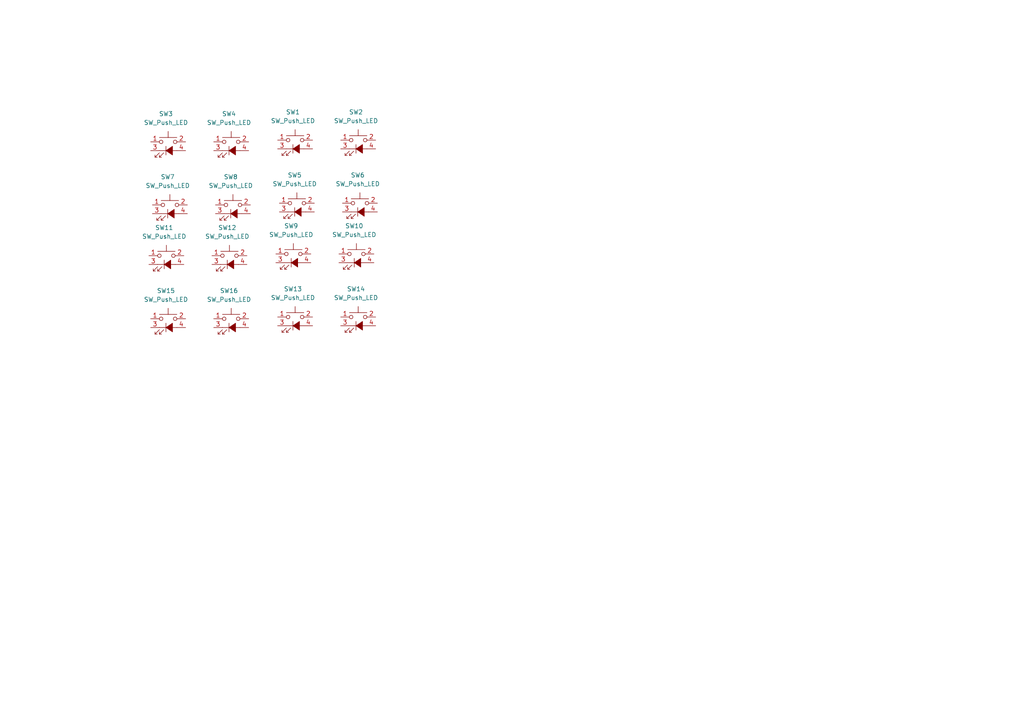
<source format=kicad_sch>
(kicad_sch (version 20211123) (generator eeschema)
  (paper "A4")
  (lib_symbols
    (symbol "Switch:SW_Push_LED" (pin_names (offset 1.016) hide)
      (property "Reference" "SW" (at 0.635 5.715 0))
      (property "Value" "SW_Push_LED" (at 0 -3.175 0))
      (symbol "SW_Push_LED_0_0"
        (polyline (pts (xy -3.81 -1.905) (xy -2.54 -0.635)))
        (polyline (pts (xy -2.54 -1.905) (xy -1.27 -0.635)))
        (polyline (pts (xy -2.54 0) (xy 2.54 0)))
        (polyline (pts (xy -0.635 1.27) (xy -0.635 -1.27)))
        (polyline (pts (xy -3.81 -1.27) (xy -3.81 -1.905) (xy -3.175 -1.905)))
        (polyline (pts (xy -2.54 -1.27) (xy -2.54 -1.905) (xy -1.905 -1.905)))
        (polyline (pts (xy -0.635 0) (xy 1.27 1.27) (xy 1.27 -1.27) (xy -0.635 0)) (fill (type outline)))
      )
      (symbol "SW_Push_LED_0_1"
        (circle (center -2.032 2.54) (radius 0.508))
        (polyline (pts (xy 0 3.81) (xy 0 5.588)))
        (polyline (pts (xy 2.54 3.81) (xy -2.54 3.81)))
        (circle (center 2.032 2.54) (radius 0.508))
        (pin passive line (at -5.08 2.54 0) (length 2.54) (name "1") (number "1"))
        (pin passive line (at 5.08 2.54 180) (length 2.54) (name "2") (number "2"))
        (pin passive line (at -5.08 0 0) (length 2.54) (name "K") (number "3"))
        (pin passive line (at 5.08 0 180) (length 2.54) (name "A") (number "4"))
      )
    )
  )
  (symbol (lib_id "Switch:SW_Push_LED") (at 49.276 61.976 0) (unit 1)
    (property "Reference" "SW7" (at 48.641 51.308 0))
    (property "Value" "SW_Push_LED" (at 48.641 53.848 0))
    (property "Footprint" "Pale Slim Ghost:PB01-109TL" (effects hide))
  )
  (symbol (lib_id "Switch:SW_Push_LED") (at 103.886 43.18 0) (unit 1)
    (property "Reference" "SW2" (at 103.251 32.512 0))
    (property "Value" "SW_Push_LED" (at 103.251 35.052 0))
    (property "Footprint" "Pale Slim Ghost:PB01-109TL" (effects hide))
  )
  (symbol (lib_id "Switch:SW_Push_LED") (at 85.598 94.488 0) (unit 1)
    (property "Reference" "SW13" (at 84.963 83.82 0))
    (property "Value" "SW_Push_LED" (at 84.963 86.36 0))
    (property "Footprint" "Pale Slim Ghost:PB01-109TL" (effects hide))
  )
  (symbol (lib_id "Switch:SW_Push_LED") (at 85.598 43.18 0) (unit 1)
    (property "Reference" "SW1" (at 84.963 32.512 0))
    (property "Value" "SW_Push_LED" (at 84.963 35.052 0))
    (property "Footprint" "Pale Slim Ghost:PB01-109TL" (effects hide))
  )
  (symbol (lib_id "Switch:SW_Push_LED") (at 48.768 94.996 0) (unit 1)
    (property "Reference" "SW15" (at 48.133 84.328 0))
    (property "Value" "SW_Push_LED" (at 48.133 86.868 0))
    (property "Footprint" "Pale Slim Ghost:PB01-109TL" (effects hide))
  )
  (symbol (lib_id "Switch:SW_Push_LED") (at 67.564 61.976 0) (unit 1)
    (property "Reference" "SW8" (at 66.929 51.308 0))
    (property "Value" "SW_Push_LED" (at 66.929 53.848 0))
    (property "Footprint" "Pale Slim Ghost:PB01-109TL" (effects hide))
  )
  (symbol (lib_id "Switch:SW_Push_LED") (at 67.056 94.996 0) (unit 1)
    (property "Reference" "SW16" (at 66.421 84.328 0))
    (property "Value" "SW_Push_LED" (at 66.421 86.868 0))
    (property "Footprint" "Pale Slim Ghost:PB01-109TL" (effects hide))
  )
  (symbol (lib_id "Switch:SW_Push_LED") (at 104.394 61.468 0) (unit 1)
    (property "Reference" "SW6" (at 103.759 50.8 0))
    (property "Value" "SW_Push_LED" (at 103.759 53.34 0))
    (property "Footprint" "Pale Slim Ghost:PB01-109TL" (effects hide))
  )
  (symbol (lib_id "Switch:SW_Push_LED") (at 67.056 43.688 0) (unit 1)
    (property "Reference" "SW4" (at 66.421 33.02 0))
    (property "Value" "SW_Push_LED" (at 66.421 35.56 0))
    (property "Footprint" "Pale Slim Ghost:PB01-109TL" (effects hide))
  )
  (symbol (lib_id "Switch:SW_Push_LED") (at 66.548 76.708 0) (unit 1)
    (property "Reference" "SW12" (at 65.913 66.04 0))
    (property "Value" "SW_Push_LED" (at 65.913 68.58 0))
    (property "Footprint" "Pale Slim Ghost:PB01-109TL" (effects hide))
  )
  (symbol (lib_id "Switch:SW_Push_LED") (at 86.106 61.468 0) (unit 1)
    (property "Reference" "SW5" (at 85.471 50.8 0))
    (property "Value" "SW_Push_LED" (at 85.471 53.34 0))
    (property "Footprint" "Pale Slim Ghost:PB01-109TL" (effects hide))
  )
  (symbol (lib_id "Switch:SW_Push_LED") (at 103.886 94.488 0) (unit 1)
    (property "Reference" "SW14" (at 103.251 83.82 0))
    (property "Value" "SW_Push_LED" (at 103.251 86.36 0))
    (property "Footprint" "Pale Slim Ghost:PB01-109TL" (effects hide))
  )
  (symbol (lib_id "Switch:SW_Push_LED") (at 48.26 76.708 0) (unit 1)
    (property "Reference" "SW11" (at 47.625 66.04 0))
    (property "Value" "SW_Push_LED" (at 47.625 68.58 0))
    (property "Footprint" "Pale Slim Ghost:PB01-109TL" (effects hide))
  )
  (symbol (lib_id "Switch:SW_Push_LED") (at 103.378 76.2 0) (unit 1)
    (property "Reference" "SW10" (at 102.743 65.532 0))
    (property "Value" "SW_Push_LED" (at 102.743 68.072 0))
    (property "Footprint" "Pale Slim Ghost:PB01-109TL" (effects hide))
  )
  (symbol (lib_id "Switch:SW_Push_LED") (at 48.768 43.688 0) (unit 1)
    (property "Reference" "SW3" (at 48.133 33.02 0))
    (property "Value" "SW_Push_LED" (at 48.133 35.56 0))
    (property "Footprint" "Pale Slim Ghost:PB01-109TL" (effects hide))
  )
  (symbol (lib_id "Switch:SW_Push_LED") (at 85.09 76.2 0) (unit 1)
    (property "Reference" "SW9" (at 84.455 65.532 0))
    (property "Value" "SW_Push_LED" (at 84.455 68.072 0))
    (property "Footprint" "Pale Slim Ghost:PB01-109TL" (effects hide))
  )
)
</source>
